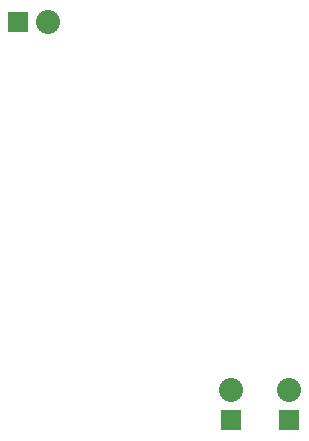
<source format=gtp>
G04 (created by PCBNEW-RS274X (2011-12-21 BZR 3253)-stable) date Saturday, February 11, 2012 02:53:21 PM*
G01*
G70*
G90*
%MOIN*%
G04 Gerber Fmt 3.4, Leading zero omitted, Abs format*
%FSLAX34Y34*%
G04 APERTURE LIST*
%ADD10C,0.006000*%
%ADD11C,0.080000*%
%ADD12R,0.070000X0.070000*%
G04 APERTURE END LIST*
G54D10*
G54D11*
X69950Y-42150D03*
G54D12*
X69950Y-43150D03*
G54D11*
X68000Y-42150D03*
G54D12*
X68000Y-43150D03*
G54D11*
X61900Y-29900D03*
G54D12*
X60900Y-29900D03*
M02*

</source>
